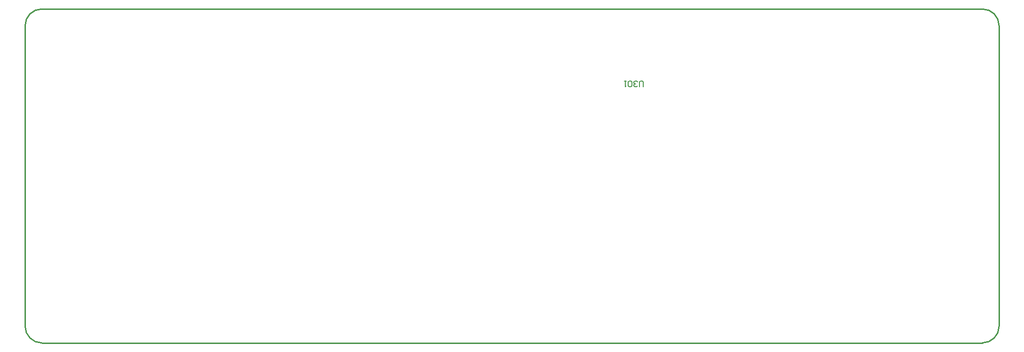
<source format=gm1>
G04*
G04 #@! TF.GenerationSoftware,Altium Limited,Altium Designer,24.5.2 (23)*
G04*
G04 Layer_Color=16711935*
%FSLAX44Y44*%
%MOMM*%
G71*
G04*
G04 #@! TF.SameCoordinates,18AD1EF8-D4E3-4D70-9127-A8B2740D653E*
G04*
G04*
G04 #@! TF.FilePolarity,Positive*
G04*
G01*
G75*
%ADD12C,0.2540*%
%ADD129C,0.1778*%
D12*
X1750000Y570000D02*
G03*
X1720000Y600000I-30000J-0D01*
G01*
Y0D02*
G03*
X1750000Y30000I0J30000D01*
G01*
X30000Y600000D02*
G03*
X0Y570000I0J-30000D01*
G01*
Y30000D02*
G03*
X30000Y0I30000J0D01*
G01*
X0Y30000D02*
Y570000D01*
X30000Y600000D02*
X1720000D01*
X1750000Y30000D02*
Y570000D01*
X30000Y0D02*
X1720000D01*
D129*
X1110240Y459923D02*
Y468387D01*
X1108547Y470080D01*
X1105162D01*
X1103469Y468387D01*
Y459923D01*
X1100083Y461616D02*
X1098391Y459923D01*
X1095005D01*
X1093312Y461616D01*
Y463309D01*
X1095005Y465002D01*
X1096698D01*
X1095005D01*
X1093312Y466694D01*
Y468387D01*
X1095005Y470080D01*
X1098391D01*
X1100083Y468387D01*
X1089927Y461616D02*
X1088234Y459923D01*
X1084848D01*
X1083155Y461616D01*
Y468387D01*
X1084848Y470080D01*
X1088234D01*
X1089927Y468387D01*
Y461616D01*
X1079770Y470080D02*
X1076384D01*
X1078077D01*
Y459923D01*
X1079770Y461616D01*
M02*

</source>
